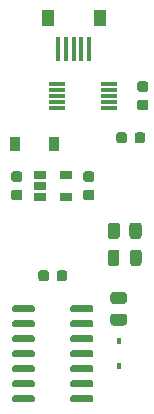
<source format=gbr>
%TF.GenerationSoftware,KiCad,Pcbnew,(5.1.9)-1*%
%TF.CreationDate,2022-01-17T13:57:47-05:00*%
%TF.ProjectId,Dev16x4USB,44657631-3678-4345-9553-422e6b696361,rev?*%
%TF.SameCoordinates,Original*%
%TF.FileFunction,Paste,Top*%
%TF.FilePolarity,Positive*%
%FSLAX46Y46*%
G04 Gerber Fmt 4.6, Leading zero omitted, Abs format (unit mm)*
G04 Created by KiCad (PCBNEW (5.1.9)-1) date 2022-01-17 13:57:47*
%MOMM*%
%LPD*%
G01*
G04 APERTURE LIST*
%ADD10R,1.060000X0.650000*%
%ADD11R,0.900000X1.200000*%
%ADD12R,0.450000X0.600000*%
%ADD13R,1.100000X1.350000*%
%ADD14R,0.400000X2.000000*%
%ADD15R,1.400000X0.300000*%
G04 APERTURE END LIST*
D10*
%TO.C,U1*%
X114892000Y-90998000D03*
X114892000Y-92898000D03*
X112692000Y-92898000D03*
X112692000Y-91948000D03*
X112692000Y-90998000D03*
%TD*%
D11*
%TO.C,D3*%
X113918000Y-88392000D03*
X110618000Y-88392000D03*
%TD*%
D12*
%TO.C,D2*%
X119380000Y-107222000D03*
X119380000Y-105122000D03*
%TD*%
%TO.C,C5*%
G36*
G01*
X114117000Y-99818000D02*
X114117000Y-99318000D01*
G75*
G02*
X114342000Y-99093000I225000J0D01*
G01*
X114792000Y-99093000D01*
G75*
G02*
X115017000Y-99318000I0J-225000D01*
G01*
X115017000Y-99818000D01*
G75*
G02*
X114792000Y-100043000I-225000J0D01*
G01*
X114342000Y-100043000D01*
G75*
G02*
X114117000Y-99818000I0J225000D01*
G01*
G37*
G36*
G01*
X112567000Y-99818000D02*
X112567000Y-99318000D01*
G75*
G02*
X112792000Y-99093000I225000J0D01*
G01*
X113242000Y-99093000D01*
G75*
G02*
X113467000Y-99318000I0J-225000D01*
G01*
X113467000Y-99818000D01*
G75*
G02*
X113242000Y-100043000I-225000J0D01*
G01*
X112792000Y-100043000D01*
G75*
G02*
X112567000Y-99818000I0J225000D01*
G01*
G37*
%TD*%
%TO.C,C4*%
G36*
G01*
X120721000Y-88134000D02*
X120721000Y-87634000D01*
G75*
G02*
X120946000Y-87409000I225000J0D01*
G01*
X121396000Y-87409000D01*
G75*
G02*
X121621000Y-87634000I0J-225000D01*
G01*
X121621000Y-88134000D01*
G75*
G02*
X121396000Y-88359000I-225000J0D01*
G01*
X120946000Y-88359000D01*
G75*
G02*
X120721000Y-88134000I0J225000D01*
G01*
G37*
G36*
G01*
X119171000Y-88134000D02*
X119171000Y-87634000D01*
G75*
G02*
X119396000Y-87409000I225000J0D01*
G01*
X119846000Y-87409000D01*
G75*
G02*
X120071000Y-87634000I0J-225000D01*
G01*
X120071000Y-88134000D01*
G75*
G02*
X119846000Y-88359000I-225000J0D01*
G01*
X119396000Y-88359000D01*
G75*
G02*
X119171000Y-88134000I0J225000D01*
G01*
G37*
%TD*%
%TO.C,C3*%
G36*
G01*
X121162000Y-84653000D02*
X121662000Y-84653000D01*
G75*
G02*
X121887000Y-84878000I0J-225000D01*
G01*
X121887000Y-85328000D01*
G75*
G02*
X121662000Y-85553000I-225000J0D01*
G01*
X121162000Y-85553000D01*
G75*
G02*
X120937000Y-85328000I0J225000D01*
G01*
X120937000Y-84878000D01*
G75*
G02*
X121162000Y-84653000I225000J0D01*
G01*
G37*
G36*
G01*
X121162000Y-83103000D02*
X121662000Y-83103000D01*
G75*
G02*
X121887000Y-83328000I0J-225000D01*
G01*
X121887000Y-83778000D01*
G75*
G02*
X121662000Y-84003000I-225000J0D01*
G01*
X121162000Y-84003000D01*
G75*
G02*
X120937000Y-83778000I0J225000D01*
G01*
X120937000Y-83328000D01*
G75*
G02*
X121162000Y-83103000I225000J0D01*
G01*
G37*
%TD*%
%TO.C,C2*%
G36*
G01*
X116590000Y-92273000D02*
X117090000Y-92273000D01*
G75*
G02*
X117315000Y-92498000I0J-225000D01*
G01*
X117315000Y-92948000D01*
G75*
G02*
X117090000Y-93173000I-225000J0D01*
G01*
X116590000Y-93173000D01*
G75*
G02*
X116365000Y-92948000I0J225000D01*
G01*
X116365000Y-92498000D01*
G75*
G02*
X116590000Y-92273000I225000J0D01*
G01*
G37*
G36*
G01*
X116590000Y-90723000D02*
X117090000Y-90723000D01*
G75*
G02*
X117315000Y-90948000I0J-225000D01*
G01*
X117315000Y-91398000D01*
G75*
G02*
X117090000Y-91623000I-225000J0D01*
G01*
X116590000Y-91623000D01*
G75*
G02*
X116365000Y-91398000I0J225000D01*
G01*
X116365000Y-90948000D01*
G75*
G02*
X116590000Y-90723000I225000J0D01*
G01*
G37*
%TD*%
%TO.C,C1*%
G36*
G01*
X110494000Y-92273000D02*
X110994000Y-92273000D01*
G75*
G02*
X111219000Y-92498000I0J-225000D01*
G01*
X111219000Y-92948000D01*
G75*
G02*
X110994000Y-93173000I-225000J0D01*
G01*
X110494000Y-93173000D01*
G75*
G02*
X110269000Y-92948000I0J225000D01*
G01*
X110269000Y-92498000D01*
G75*
G02*
X110494000Y-92273000I225000J0D01*
G01*
G37*
G36*
G01*
X110494000Y-90723000D02*
X110994000Y-90723000D01*
G75*
G02*
X111219000Y-90948000I0J-225000D01*
G01*
X111219000Y-91398000D01*
G75*
G02*
X110994000Y-91623000I-225000J0D01*
G01*
X110494000Y-91623000D01*
G75*
G02*
X110269000Y-91398000I0J225000D01*
G01*
X110269000Y-90948000D01*
G75*
G02*
X110494000Y-90723000I225000J0D01*
G01*
G37*
%TD*%
%TO.C,R2*%
G36*
G01*
X119830001Y-101962000D02*
X118929999Y-101962000D01*
G75*
G02*
X118680000Y-101712001I0J249999D01*
G01*
X118680000Y-101186999D01*
G75*
G02*
X118929999Y-100937000I249999J0D01*
G01*
X119830001Y-100937000D01*
G75*
G02*
X120080000Y-101186999I0J-249999D01*
G01*
X120080000Y-101712001D01*
G75*
G02*
X119830001Y-101962000I-249999J0D01*
G01*
G37*
G36*
G01*
X119830001Y-103787000D02*
X118929999Y-103787000D01*
G75*
G02*
X118680000Y-103537001I0J249999D01*
G01*
X118680000Y-103011999D01*
G75*
G02*
X118929999Y-102762000I249999J0D01*
G01*
X119830001Y-102762000D01*
G75*
G02*
X120080000Y-103011999I0J-249999D01*
G01*
X120080000Y-103537001D01*
G75*
G02*
X119830001Y-103787000I-249999J0D01*
G01*
G37*
%TD*%
%TO.C,R1*%
G36*
G01*
X120288000Y-96208001D02*
X120288000Y-95307999D01*
G75*
G02*
X120537999Y-95058000I249999J0D01*
G01*
X121063001Y-95058000D01*
G75*
G02*
X121313000Y-95307999I0J-249999D01*
G01*
X121313000Y-96208001D01*
G75*
G02*
X121063001Y-96458000I-249999J0D01*
G01*
X120537999Y-96458000D01*
G75*
G02*
X120288000Y-96208001I0J249999D01*
G01*
G37*
G36*
G01*
X118463000Y-96208001D02*
X118463000Y-95307999D01*
G75*
G02*
X118712999Y-95058000I249999J0D01*
G01*
X119238001Y-95058000D01*
G75*
G02*
X119488000Y-95307999I0J-249999D01*
G01*
X119488000Y-96208001D01*
G75*
G02*
X119238001Y-96458000I-249999J0D01*
G01*
X118712999Y-96458000D01*
G75*
G02*
X118463000Y-96208001I0J249999D01*
G01*
G37*
%TD*%
D13*
%TO.C,J1*%
X113370000Y-77724000D03*
X117770000Y-77724000D03*
D14*
X116870000Y-80324000D03*
X116220000Y-80324000D03*
X115570000Y-80324000D03*
X114920000Y-80324000D03*
X114270000Y-80324000D03*
%TD*%
%TO.C,D1*%
G36*
G01*
X120338000Y-98500250D02*
X120338000Y-97587750D01*
G75*
G02*
X120581750Y-97344000I243750J0D01*
G01*
X121069250Y-97344000D01*
G75*
G02*
X121313000Y-97587750I0J-243750D01*
G01*
X121313000Y-98500250D01*
G75*
G02*
X121069250Y-98744000I-243750J0D01*
G01*
X120581750Y-98744000D01*
G75*
G02*
X120338000Y-98500250I0J243750D01*
G01*
G37*
G36*
G01*
X118463000Y-98500250D02*
X118463000Y-97587750D01*
G75*
G02*
X118706750Y-97344000I243750J0D01*
G01*
X119194250Y-97344000D01*
G75*
G02*
X119438000Y-97587750I0J-243750D01*
G01*
X119438000Y-98500250D01*
G75*
G02*
X119194250Y-98744000I-243750J0D01*
G01*
X118706750Y-98744000D01*
G75*
G02*
X118463000Y-98500250I0J243750D01*
G01*
G37*
%TD*%
D15*
%TO.C,U3*%
X118532000Y-83328000D03*
X118532000Y-83828000D03*
X118532000Y-84328000D03*
X118532000Y-84828000D03*
X118532000Y-85328000D03*
X114132000Y-85328000D03*
X114132000Y-84828000D03*
X114132000Y-84328000D03*
X114132000Y-83828000D03*
X114132000Y-83328000D03*
%TD*%
%TO.C,U2*%
G36*
G01*
X115292000Y-102512000D02*
X115292000Y-102212000D01*
G75*
G02*
X115442000Y-102062000I150000J0D01*
G01*
X117092000Y-102062000D01*
G75*
G02*
X117242000Y-102212000I0J-150000D01*
G01*
X117242000Y-102512000D01*
G75*
G02*
X117092000Y-102662000I-150000J0D01*
G01*
X115442000Y-102662000D01*
G75*
G02*
X115292000Y-102512000I0J150000D01*
G01*
G37*
G36*
G01*
X115292000Y-103782000D02*
X115292000Y-103482000D01*
G75*
G02*
X115442000Y-103332000I150000J0D01*
G01*
X117092000Y-103332000D01*
G75*
G02*
X117242000Y-103482000I0J-150000D01*
G01*
X117242000Y-103782000D01*
G75*
G02*
X117092000Y-103932000I-150000J0D01*
G01*
X115442000Y-103932000D01*
G75*
G02*
X115292000Y-103782000I0J150000D01*
G01*
G37*
G36*
G01*
X115292000Y-105052000D02*
X115292000Y-104752000D01*
G75*
G02*
X115442000Y-104602000I150000J0D01*
G01*
X117092000Y-104602000D01*
G75*
G02*
X117242000Y-104752000I0J-150000D01*
G01*
X117242000Y-105052000D01*
G75*
G02*
X117092000Y-105202000I-150000J0D01*
G01*
X115442000Y-105202000D01*
G75*
G02*
X115292000Y-105052000I0J150000D01*
G01*
G37*
G36*
G01*
X115292000Y-106322000D02*
X115292000Y-106022000D01*
G75*
G02*
X115442000Y-105872000I150000J0D01*
G01*
X117092000Y-105872000D01*
G75*
G02*
X117242000Y-106022000I0J-150000D01*
G01*
X117242000Y-106322000D01*
G75*
G02*
X117092000Y-106472000I-150000J0D01*
G01*
X115442000Y-106472000D01*
G75*
G02*
X115292000Y-106322000I0J150000D01*
G01*
G37*
G36*
G01*
X115292000Y-107592000D02*
X115292000Y-107292000D01*
G75*
G02*
X115442000Y-107142000I150000J0D01*
G01*
X117092000Y-107142000D01*
G75*
G02*
X117242000Y-107292000I0J-150000D01*
G01*
X117242000Y-107592000D01*
G75*
G02*
X117092000Y-107742000I-150000J0D01*
G01*
X115442000Y-107742000D01*
G75*
G02*
X115292000Y-107592000I0J150000D01*
G01*
G37*
G36*
G01*
X115292000Y-108862000D02*
X115292000Y-108562000D01*
G75*
G02*
X115442000Y-108412000I150000J0D01*
G01*
X117092000Y-108412000D01*
G75*
G02*
X117242000Y-108562000I0J-150000D01*
G01*
X117242000Y-108862000D01*
G75*
G02*
X117092000Y-109012000I-150000J0D01*
G01*
X115442000Y-109012000D01*
G75*
G02*
X115292000Y-108862000I0J150000D01*
G01*
G37*
G36*
G01*
X115292000Y-110132000D02*
X115292000Y-109832000D01*
G75*
G02*
X115442000Y-109682000I150000J0D01*
G01*
X117092000Y-109682000D01*
G75*
G02*
X117242000Y-109832000I0J-150000D01*
G01*
X117242000Y-110132000D01*
G75*
G02*
X117092000Y-110282000I-150000J0D01*
G01*
X115442000Y-110282000D01*
G75*
G02*
X115292000Y-110132000I0J150000D01*
G01*
G37*
G36*
G01*
X110342000Y-110132000D02*
X110342000Y-109832000D01*
G75*
G02*
X110492000Y-109682000I150000J0D01*
G01*
X112142000Y-109682000D01*
G75*
G02*
X112292000Y-109832000I0J-150000D01*
G01*
X112292000Y-110132000D01*
G75*
G02*
X112142000Y-110282000I-150000J0D01*
G01*
X110492000Y-110282000D01*
G75*
G02*
X110342000Y-110132000I0J150000D01*
G01*
G37*
G36*
G01*
X110342000Y-108862000D02*
X110342000Y-108562000D01*
G75*
G02*
X110492000Y-108412000I150000J0D01*
G01*
X112142000Y-108412000D01*
G75*
G02*
X112292000Y-108562000I0J-150000D01*
G01*
X112292000Y-108862000D01*
G75*
G02*
X112142000Y-109012000I-150000J0D01*
G01*
X110492000Y-109012000D01*
G75*
G02*
X110342000Y-108862000I0J150000D01*
G01*
G37*
G36*
G01*
X110342000Y-107592000D02*
X110342000Y-107292000D01*
G75*
G02*
X110492000Y-107142000I150000J0D01*
G01*
X112142000Y-107142000D01*
G75*
G02*
X112292000Y-107292000I0J-150000D01*
G01*
X112292000Y-107592000D01*
G75*
G02*
X112142000Y-107742000I-150000J0D01*
G01*
X110492000Y-107742000D01*
G75*
G02*
X110342000Y-107592000I0J150000D01*
G01*
G37*
G36*
G01*
X110342000Y-106322000D02*
X110342000Y-106022000D01*
G75*
G02*
X110492000Y-105872000I150000J0D01*
G01*
X112142000Y-105872000D01*
G75*
G02*
X112292000Y-106022000I0J-150000D01*
G01*
X112292000Y-106322000D01*
G75*
G02*
X112142000Y-106472000I-150000J0D01*
G01*
X110492000Y-106472000D01*
G75*
G02*
X110342000Y-106322000I0J150000D01*
G01*
G37*
G36*
G01*
X110342000Y-105052000D02*
X110342000Y-104752000D01*
G75*
G02*
X110492000Y-104602000I150000J0D01*
G01*
X112142000Y-104602000D01*
G75*
G02*
X112292000Y-104752000I0J-150000D01*
G01*
X112292000Y-105052000D01*
G75*
G02*
X112142000Y-105202000I-150000J0D01*
G01*
X110492000Y-105202000D01*
G75*
G02*
X110342000Y-105052000I0J150000D01*
G01*
G37*
G36*
G01*
X110342000Y-103782000D02*
X110342000Y-103482000D01*
G75*
G02*
X110492000Y-103332000I150000J0D01*
G01*
X112142000Y-103332000D01*
G75*
G02*
X112292000Y-103482000I0J-150000D01*
G01*
X112292000Y-103782000D01*
G75*
G02*
X112142000Y-103932000I-150000J0D01*
G01*
X110492000Y-103932000D01*
G75*
G02*
X110342000Y-103782000I0J150000D01*
G01*
G37*
G36*
G01*
X110342000Y-102512000D02*
X110342000Y-102212000D01*
G75*
G02*
X110492000Y-102062000I150000J0D01*
G01*
X112142000Y-102062000D01*
G75*
G02*
X112292000Y-102212000I0J-150000D01*
G01*
X112292000Y-102512000D01*
G75*
G02*
X112142000Y-102662000I-150000J0D01*
G01*
X110492000Y-102662000D01*
G75*
G02*
X110342000Y-102512000I0J150000D01*
G01*
G37*
%TD*%
M02*

</source>
